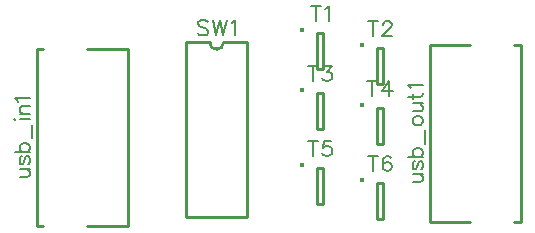
<source format=gbr>
G04 DipTrace 3.1.0.1*
G04 TopSilk.gbr*
%MOIN*%
G04 #@! TF.FileFunction,Legend,Top*
G04 #@! TF.Part,Single*
%ADD10C,0.009843*%
%ADD17C,0.015422*%
%ADD40C,0.00772*%
%FSLAX26Y26*%
G04*
G70*
G90*
G75*
G01*
G04 TopSilk*
%LPD*%
X707651Y1157268D2*
D10*
X841522D1*
Y566722D1*
X707651D1*
X560018D2*
X538373D1*
Y1157268D1*
X560018D1*
X1982677Y580305D2*
X1848806D1*
Y1170850D1*
X1982677D1*
X2130310D2*
X2151955D1*
Y580305D1*
X2130310D1*
D17*
X1423664Y1218631D3*
X1473806Y1209430D2*
D10*
Y1091325D1*
X1493491D1*
Y1209430D1*
X1473806D1*
D17*
X1623664Y1168631D3*
X1673806Y1159430D2*
D10*
Y1041325D1*
X1693491D1*
Y1159430D1*
X1673806D1*
D17*
X1423664Y1018631D3*
X1473806Y1009430D2*
D10*
Y891325D1*
X1493491D1*
Y1009430D1*
X1473806D1*
D17*
X1623664Y968631D3*
X1673806Y959430D2*
D10*
Y841325D1*
X1693491D1*
Y959430D1*
X1673806D1*
D17*
X1423664Y768631D3*
X1473806Y759430D2*
D10*
Y641325D1*
X1493491D1*
Y759430D1*
X1473806D1*
D17*
X1623664Y718631D3*
X1673806Y709430D2*
D10*
Y591325D1*
X1693491D1*
Y709430D1*
X1673806D1*
X1114747Y1179121D2*
G03X1161999Y1179121I23626J27D01*
G01*
X1036006D2*
Y596444D1*
X1240739D1*
Y1179121D1*
X1161999D1*
X1114747D2*
X1036006D1*
X481896Y730756D2*
D40*
X505828D1*
X512958Y733132D1*
X515390Y737941D1*
Y745126D1*
X512958Y749879D1*
X505828Y757064D1*
X481896D2*
X515390D1*
X489081Y798811D2*
X484273Y796435D1*
X481896Y789250D1*
Y782065D1*
X484273Y774880D1*
X489081Y772503D1*
X493835Y774880D1*
X496266Y779688D1*
X498643Y791626D1*
X501020Y796435D1*
X505828Y798811D1*
X508205D1*
X512958Y796435D1*
X515390Y789250D1*
Y782065D1*
X512958Y774880D1*
X508205Y772503D1*
X465150Y814251D2*
X515390Y814250D1*
X489081D2*
X484273Y819059D1*
X481896Y823812D1*
Y830997D1*
X484273Y835750D1*
X489081Y840559D1*
X496266Y842935D1*
X501020D1*
X508205Y840559D1*
X512958Y835750D1*
X515390Y830997D1*
Y823812D1*
X512958Y819059D1*
X508205Y814250D1*
X523680Y858375D2*
Y903806D1*
X465150Y919245D2*
X467526Y921622D1*
X465150Y924054D1*
X462718Y921622D1*
X465150Y919245D1*
X481896Y921622D2*
X515390D1*
X481896Y939493D2*
X515390D1*
X491458D2*
X484273Y946678D1*
X481896Y951487D1*
Y958616D1*
X484273Y963425D1*
X491458Y965801D1*
X515390D1*
X474767Y981241D2*
X472335Y986049D1*
X465205Y993234D1*
X515390D1*
X1792329Y713903D2*
X1816261D1*
X1823391Y716279D1*
X1825823Y721088D1*
Y728273D1*
X1823391Y733026D1*
X1816261Y740211D1*
X1792329D2*
X1825823D1*
X1799514Y781959D2*
X1794706Y779582D1*
X1792329Y772397D1*
Y765212D1*
X1794706Y758027D1*
X1799514Y755650D1*
X1804268Y758027D1*
X1806700Y762835D1*
X1809076Y774773D1*
X1811453Y779582D1*
X1816261Y781959D1*
X1818638D1*
X1823391Y779582D1*
X1825823Y772397D1*
Y765212D1*
X1823391Y758027D1*
X1818638Y755650D1*
X1775583Y797398D2*
X1825823D1*
X1799514D2*
X1794706Y802206D1*
X1792329Y806959D1*
Y814144D1*
X1794706Y818898D1*
X1799514Y823706D1*
X1806699Y826083D1*
X1811453D1*
X1818638Y823706D1*
X1823391Y818898D1*
X1825823Y814144D1*
Y806959D1*
X1823391Y802206D1*
X1818638Y797398D1*
X1834113Y841522D2*
Y886953D1*
X1792329Y914331D2*
X1794706Y909578D1*
X1799514Y904769D1*
X1806699Y902393D1*
X1811453D1*
X1818638Y904769D1*
X1823391Y909578D1*
X1825823Y914331D1*
Y921516D1*
X1823391Y926324D1*
X1818638Y931078D1*
X1811453Y933509D1*
X1806699D1*
X1799514Y931078D1*
X1794706Y926324D1*
X1792329Y921516D1*
Y914331D1*
Y948949D2*
X1816261D1*
X1823391Y951325D1*
X1825823Y956134D1*
Y963319D1*
X1823391Y968072D1*
X1816261Y975257D1*
X1792329D2*
X1825823D1*
X1775583Y997881D2*
X1816261D1*
X1823391Y1000258D1*
X1825823Y1005066D1*
Y1009819D1*
X1792329Y990696D2*
Y1007443D1*
X1785200Y1025259D2*
X1782768Y1030067D1*
X1775638Y1037252D1*
X1825823D1*
X1469057Y1299556D2*
Y1249316D1*
X1452310Y1299556D2*
X1485803D1*
X1501243Y1289940D2*
X1506051Y1292371D1*
X1513236Y1299501D1*
Y1249316D1*
X1658307Y1249556D2*
Y1199316D1*
X1641560Y1249556D2*
X1675053D1*
X1692924Y1237563D2*
Y1239940D1*
X1695301Y1244748D1*
X1697678Y1247125D1*
X1702486Y1249501D1*
X1712048D1*
X1716801Y1247125D1*
X1719177Y1244748D1*
X1721609Y1239940D1*
Y1235186D1*
X1719177Y1230378D1*
X1714424Y1223248D1*
X1690493Y1199316D1*
X1723986D1*
X1458307Y1099556D2*
Y1049316D1*
X1441560Y1099556D2*
X1475053D1*
X1495301Y1099501D2*
X1521554D1*
X1507239Y1080378D1*
X1514424D1*
X1519177Y1078001D1*
X1521554Y1075625D1*
X1523986Y1068440D1*
Y1063686D1*
X1521554Y1056501D1*
X1516801Y1051693D1*
X1509616Y1049316D1*
X1502431D1*
X1495301Y1051693D1*
X1492924Y1054125D1*
X1490493Y1058878D1*
X1657118Y1049556D2*
Y999316D1*
X1640372Y1049556D2*
X1673865D1*
X1713236Y999316D2*
Y1049501D1*
X1689304Y1016063D1*
X1725174D1*
X1458307Y849556D2*
Y799316D1*
X1441560Y849556D2*
X1475053D1*
X1519177Y849501D2*
X1495301D1*
X1492924Y828001D1*
X1495301Y830378D1*
X1502486Y832810D1*
X1509616D1*
X1516801Y830378D1*
X1521609Y825625D1*
X1523986Y818440D1*
Y813686D1*
X1521609Y806501D1*
X1516801Y801693D1*
X1509616Y799316D1*
X1502486D1*
X1495301Y801693D1*
X1492924Y804125D1*
X1490493Y808878D1*
X1659523Y799556D2*
Y749316D1*
X1642776Y799556D2*
X1676269D1*
X1720393Y792371D2*
X1718017Y797125D1*
X1710832Y799501D1*
X1706079D1*
X1698894Y797125D1*
X1694085Y789940D1*
X1691709Y778001D1*
Y766063D1*
X1694085Y756501D1*
X1698894Y751693D1*
X1706079Y749316D1*
X1708455D1*
X1715585Y751693D1*
X1720393Y756501D1*
X1722770Y763686D1*
Y766063D1*
X1720393Y773248D1*
X1715585Y778001D1*
X1708455Y780378D1*
X1706079D1*
X1698894Y778001D1*
X1694085Y773248D1*
X1691709Y766063D1*
X1109752Y1245159D2*
X1104998Y1249967D1*
X1097813Y1252344D1*
X1088252D1*
X1081067Y1249967D1*
X1076258Y1245159D1*
Y1240406D1*
X1078690Y1235597D1*
X1081067Y1233221D1*
X1085820Y1230844D1*
X1100190Y1226036D1*
X1104998Y1223659D1*
X1107375Y1221227D1*
X1109752Y1216474D1*
Y1209289D1*
X1104998Y1204536D1*
X1097813Y1202104D1*
X1088252D1*
X1081067Y1204536D1*
X1076258Y1209289D1*
X1125191Y1252344D2*
X1137184Y1202104D1*
X1149123Y1252344D1*
X1161061Y1202104D1*
X1173054Y1252344D1*
X1188494Y1242727D2*
X1193302Y1245159D1*
X1200487Y1252289D1*
Y1202104D1*
M02*

</source>
